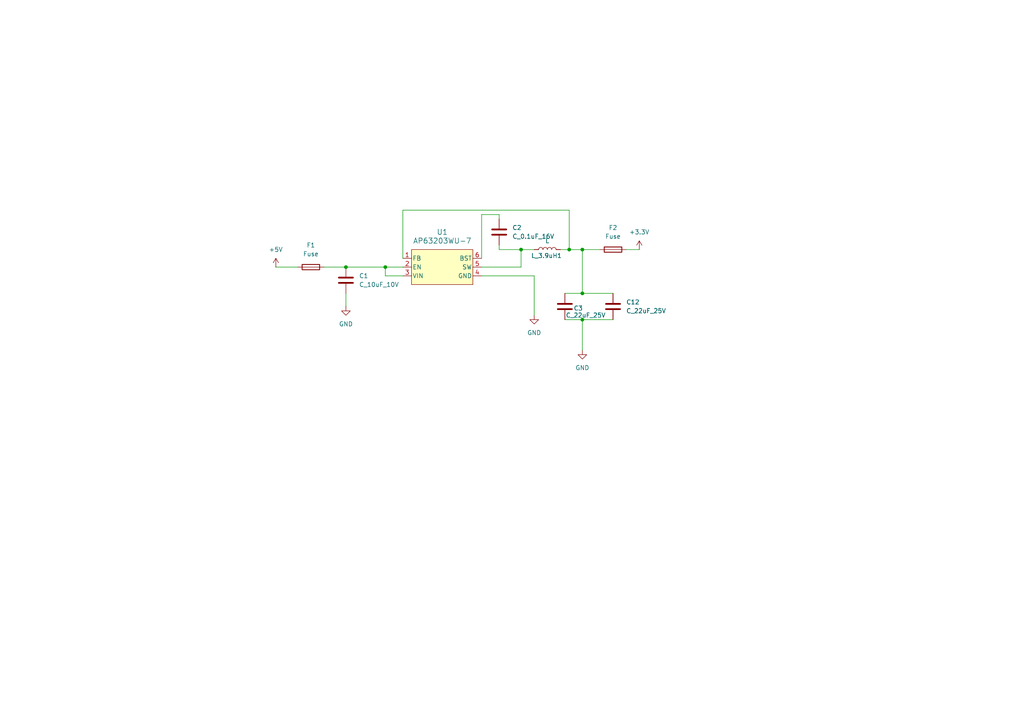
<source format=kicad_sch>
(kicad_sch (version 20250114) (generator "eeschema") (generator_version "9.0")
  (paper "A4")
  (lib_symbols
    (symbol "Device:Fuse" (pin_numbers (hide yes)) (pin_names (offset 0))
      (property "Reference" "F" (at 2.032 0 90))
      (property "Value" "Fuse" (at -1.905 0 90))
      (symbol "Fuse_0_1"
        (rectangle (start -0.762 -2.54) (end 0.762 2.54) (stroke (width 0.254)))
        (polyline (pts (xy 0 2.54) (xy 0 -2.54)))
      )
      (symbol "Fuse_1_1"
        (pin passive line (at 0 3.81 270) (length 1.27) (name "~") (number "1"))
        (pin passive line (at 0 -3.81 90) (length 1.27) (name "~") (number "2"))
      )
    )
    (symbol "OEM:C_0.1uF_16V_0603" (pin_numbers (hide yes)) (pin_names (offset 0.254))
      (property "Reference" "C" (at 0.635 2.54 0))
      (property "Value" "C_0.1uF_16V" (at 0.635 -2.54 0))
      (symbol "C_0.1uF_16V_0603_0_1"
        (polyline (pts (xy -2.032 0.762) (xy 2.032 0.762)) (stroke (width 0.508)))
        (polyline (pts (xy -2.032 -0.762) (xy 2.032 -0.762)) (stroke (width 0.508)))
      )
      (symbol "C_0.1uF_16V_0603_1_1"
        (pin passive line (at 0 3.81 270) (length 2.794) (name "~") (number "1"))
        (pin passive line (at 0 -3.81 90) (length 2.794) (name "~") (number "2"))
      )
    )
    (symbol "OEM:C_10uF_10V_0603" (pin_numbers (hide yes)) (pin_names (offset 0.254))
      (property "Reference" "C" (at 0.635 2.54 0))
      (property "Value" "C_10uF_10V" (at 0.635 -2.54 0))
      (symbol "C_10uF_10V_0603_0_1"
        (polyline (pts (xy -2.032 0.762) (xy 2.032 0.762)) (stroke (width 0.508)))
        (polyline (pts (xy -2.032 -0.762) (xy 2.032 -0.762)) (stroke (width 0.508)))
      )
      (symbol "C_10uF_10V_0603_1_1"
        (pin passive line (at 0 3.81 270) (length 2.794) (name "~") (number "1"))
        (pin passive line (at 0 -3.81 90) (length 2.794) (name "~") (number "2"))
      )
    )
    (symbol "OEM:C_22uF_25V_1206" (pin_numbers (hide yes)) (pin_names (offset 0.254))
      (property "Reference" "C" (at 0.635 2.54 0))
      (property "Value" "C_22uF_25V" (at 0.635 -2.54 0))
      (symbol "C_22uF_25V_1206_0_1"
        (polyline (pts (xy -2.032 0.762) (xy 2.032 0.762)) (stroke (width 0.508)))
        (polyline (pts (xy -2.032 -0.762) (xy 2.032 -0.762)) (stroke (width 0.508)))
      )
      (symbol "C_22uF_25V_1206_1_1"
        (pin passive line (at 0 3.81 270) (length 2.794) (name "~") (number "1"))
        (pin passive line (at 0 -3.81 90) (length 2.794) (name "~") (number "2"))
      )
    )
    (symbol "OEM:L" (pin_numbers (hide yes)) (pin_names (offset 1.016) (hide yes))
      (property "Reference" "L" (at -1.27 0 90))
      (property "Value" "L" (at 1.905 0 90))
      (symbol "L_0_1"
        (arc (start 0 2.54) (mid 0.6323 1.905) (end 0 1.27))
        (arc (start 0 1.27) (mid 0.6323 0.635) (end 0 0))
        (arc (start 0 0) (mid 0.6323 -0.635) (end 0 -1.27))
        (arc (start 0 -1.27) (mid 0.6323 -1.905) (end 0 -2.54))
      )
      (symbol "L_1_1"
        (pin passive line (at 0 3.81 270) (length 1.27) (name "1") (number "1"))
        (pin passive line (at 0 -3.81 90) (length 1.27) (name "2") (number "2"))
      )
    )
    (symbol "OEM:U_3.3V-Buck-Conv_AP63203WU-7_TSOT23-6" (pin_names (offset 0.254))
      (property "Reference" "U" (at 0 9.398 0))
      (property "Value" "AP63203WU-7" (at 0 6.858 0))
      (symbol "U_3.3V-Buck-Conv_AP63203WU-7_TSOT23-6_0_1"
        (pin output line (at -11.43 2.54 0) (length 2.54) (name "FB") (number "1"))
        (pin input line (at -11.43 0 0) (length 2.54) (name "EN") (number "2"))
        (pin input line (at 11.43 2.54 180) (length 2.54) (name "BST") (number "6"))
        (pin output line (at 11.43 0 180) (length 2.54) (name "SW") (number "5"))
        (pin power_out line (at 11.43 -2.54 180) (length 2.54) (name "GND") (number "4"))
      )
      (symbol "U_3.3V-Buck-Conv_AP63203WU-7_TSOT23-6_1_1"
        (rectangle (start -8.89 5.08) (end 8.89 -5.08) (fill (type color) (color 255 255 194 1)))
        (pin power_in line (at -11.43 -2.54 0) (length 2.54) (name "VIN") (number "3"))
      )
    )
    (symbol "power:+3V3" (power) (pin_numbers (hide yes)) (pin_names (offset 0) (hide yes))
      (property "Value" "+3V3" (at 0 3.556 0))
      (symbol "+3V3_0_1"
        (polyline (pts (xy -0.762 1.27) (xy 0 2.54)))
        (polyline (pts (xy 0 2.54) (xy 0.762 1.27)))
        (polyline (pts (xy 0 0) (xy 0 2.54)))
      )
      (symbol "+3V3_1_1"
        (pin power_in line (at 0 0 90) (length 0) (name "~") (number "1"))
      )
    )
    (symbol "power:+5V" (power) (pin_numbers (hide yes)) (pin_names (offset 0) (hide yes))
      (property "Value" "+5V" (at 0 3.556 0))
      (symbol "+5V_0_1"
        (polyline (pts (xy -0.762 1.27) (xy 0 2.54)))
        (polyline (pts (xy 0 2.54) (xy 0.762 1.27)))
        (polyline (pts (xy 0 0) (xy 0 2.54)))
      )
      (symbol "+5V_1_1"
        (pin power_in line (at 0 0 90) (length 0) (name "~") (number "1"))
      )
    )
    (symbol "power:GND" (power) (pin_numbers (hide yes)) (pin_names (offset 0) (hide yes))
      (property "Value" "GND" (at 0 -3.81 0))
      (symbol "GND_0_1"
        (polyline (pts (xy 0 0) (xy 0 -1.27) (xy 1.27 -1.27) (xy 0 -2.54) (xy -1.27 -1.27) (xy 0 -1.27)))
      )
      (symbol "GND_1_1"
        (pin power_in line (at 0 0 270) (length 0) (name "~") (number "1"))
      )
    )
  )
  (junction (at 168.91 92.71))
  (junction (at 100.33 77.47))
  (junction (at 168.91 72.39))
  (junction (at 168.91 85.09))
  (junction (at 151.13 72.39))
  (junction (at 165.1 72.39))
  (junction (at 111.76 77.47))
  (wire (pts (xy 116.84 77.47) (xy 111.76 77.47)))
  (wire (pts (xy 162.56 72.39) (xy 165.1 72.39)))
  (wire (pts (xy 154.94 80.01) (xy 154.94 91.44)))
  (wire (pts (xy 151.13 72.39) (xy 154.94 72.39)))
  (wire (pts (xy 163.83 92.71) (xy 168.91 92.71)))
  (wire (pts (xy 80.01 77.47) (xy 86.36 77.47)))
  (wire (pts (xy 165.1 72.39) (xy 168.91 72.39)))
  (wire (pts (xy 139.7 80.01) (xy 154.94 80.01)))
  (wire (pts (xy 181.61 72.39) (xy 185.42 72.39)))
  (wire (pts (xy 100.33 85.09) (xy 100.33 88.9)))
  (wire (pts (xy 168.91 72.39) (xy 168.91 85.09)))
  (wire (pts (xy 151.13 77.47) (xy 151.13 72.39)))
  (wire (pts (xy 165.1 60.96) (xy 165.1 72.39)))
  (wire (pts (xy 163.83 85.09) (xy 168.91 85.09)))
  (wire (pts (xy 116.84 74.93) (xy 116.84 60.96)))
  (wire (pts (xy 139.7 74.93) (xy 139.7 62.23)))
  (wire (pts (xy 139.7 62.23) (xy 144.78 62.23)))
  (wire (pts (xy 144.78 62.23) (xy 144.78 63.5)))
  (wire (pts (xy 168.91 92.71) (xy 168.91 101.6)))
  (wire (pts (xy 139.7 77.47) (xy 151.13 77.47)))
  (wire (pts (xy 111.76 80.01) (xy 111.76 77.47)))
  (wire (pts (xy 168.91 92.71) (xy 177.8 92.71)))
  (wire (pts (xy 100.33 77.47) (xy 111.76 77.47)))
  (wire (pts (xy 168.91 85.09) (xy 177.8 85.09)))
  (wire (pts (xy 144.78 72.39) (xy 151.13 72.39)))
  (wire (pts (xy 116.84 60.96) (xy 165.1 60.96)))
  (wire (pts (xy 168.91 72.39) (xy 173.99 72.39)))
  (wire (pts (xy 116.84 80.01) (xy 111.76 80.01)))
  (wire (pts (xy 144.78 72.39) (xy 144.78 71.12)))
  (wire (pts (xy 93.98 77.47) (xy 100.33 77.47)))
  (symbol (lib_id "Device:Fuse") (at 177.8 72.39 90) (unit 1)
    (property "Reference" "F2" (at 177.8 66.04 90))
    (property "Value" "Fuse" (at 177.8 68.58 90))
    (property "Footprint" "OEM:Fuse_1210_3225Metric" (effects (hide yes)))
    (property "Description" "Fuse" (effects (hide yes)))
  )
  (symbol (lib_id "OEM:C_10uF_10V_0603") (at 100.33 81.28 0) (unit 1)
    (property "Reference" "C1" (at 104.14 80.0099 0) (effects (justify left)))
    (property "Value" "C_10uF_10V" (at 104.14 82.5499 0) (effects (justify left)))
    (property "Footprint" "OEM:C_0603_1608Metric" (effects (hide yes)))
    (property "Datasheet" "https://search.murata.co.jp/Ceramy/image/img/A01X/G101/ENG/GRM188D71A106KA73-01.pdf" (effects (hide yes)))
    (property "Description" "CAP CER 10UF 10V X7T 0603" (effects (hide yes)))
    (property "MPN" "GRM188D71A106KA73D" (effects (hide yes)))
  )
  (symbol (lib_id "power:GND") (at 100.33 88.9 0) (unit 1)
    (property "Reference" "#PWR0104" (effects (hide yes)))
    (property "Value" "GND" (at 100.33 93.98 0))
    (property "Description" "Power symbol creates a global label with name \"GND\" , ground" (effects (hide yes)))
  )
  (symbol (lib_id "OEM:C_22uF_25V_1206") (at 177.8 88.9 0) (unit 1)
    (property "Reference" "C12" (at 181.61 87.6299 0) (effects (justify left)))
    (property "Value" "C_22uF_25V" (at 181.61 90.1699 0) (effects (justify left)))
    (property "Footprint" "OEM:C_1206_3216Metric" (effects (hide yes)))
    (property "Datasheet" "https://mm.digikey.com/Volume0/opasdata/d220001/medias/docus/658/CL31A226KAHNNNE_Spec.pdf" (effects (hide yes)))
    (property "Description" "CAP CER 22UF 25V X5R 1206" (effects (hide yes)))
    (property "MPN" "CL31A226KAHNNNE" (effects (hide yes)))
  )
  (symbol (lib_id "power:+5V") (at 80.01 77.47 0) (unit 1)
    (property "Reference" "#PWR0103" (effects (hide yes)))
    (property "Value" "+5V" (at 80.01 72.39 0))
    (property "Description" "Power symbol creates a global label with name \"+5V\"" (effects (hide yes)))
  )
  (symbol (lib_id "OEM:U_3.3V-Buck-Conv_AP63203WU-7_TSOT23-6") (at 128.27 77.47 0) (unit 1)
    (property "Reference" "U1" (at 128.27 67.31 0) (effects (font (size 1.524 1.524))))
    (property "Value" "AP63203WU-7" (at 128.27 69.85 0) (effects (font (size 1.524 1.524))))
    (property "Footprint" "OEM:SOT-23-6" (effects (hide yes)))
    (property "Datasheet" "https://www.diodes.com/assets/Datasheets/AP63200-AP63201-AP63203-AP63205.pdf" (effects (hide yes)))
    (property "Description" "IC REG BUCK 3.3V 2A TSOT23-6" (effects (hide yes)))
    (property "MPN" "AP63203WU-7" (effects (hide yes)))
  )
  (symbol (lib_id "OEM:C_0.1uF_16V_0603") (at 144.78 67.31 0) (unit 1)
    (property "Reference" "C2" (at 148.59 66.0399 0) (effects (justify left)))
    (property "Value" "C_0.1uF_16V" (at 148.59 68.5799 0) (effects (justify left)))
    (property "Footprint" "OEM:C_0603_1608Metric" (effects (hide yes)))
    (property "Datasheet" "https://www.mouser.com/datasheet/3/72/1/KEM_C1005_Y5V_SMD.pdf" (effects (hide yes)))
    (property "Description" "CAP CER 0.1UF 16V Y5V 0603" (effects (hide yes)))
    (property "MPN" "C0603C104Z4VACTU" (effects (hide yes)))
  )
  (symbol (lib_id "Device:Fuse") (at 90.17 77.47 90) (unit 1)
    (property "Reference" "F1" (at 90.17 71.12 90))
    (property "Value" "Fuse" (at 90.17 73.66 90))
    (property "Footprint" "OEM:Fuse_1210_3225Metric" (effects (hide yes)))
    (property "Description" "Fuse" (effects (hide yes)))
  )
  (symbol (lib_id "OEM:C_22uF_25V_1206") (at 163.83 88.9 0) (unit 1)
    (property "Reference" "C3" (at 166.37 89.408 0) (effects (justify left)))
    (property "Value" "C_22uF_25V" (at 164.084 91.44 0) (effects (justify left)))
    (property "Footprint" "OEM:C_1206_3216Metric" (effects (hide yes)))
    (property "Datasheet" "https://mm.digikey.com/Volume0/opasdata/d220001/medias/docus/658/CL31A226KAHNNNE_Spec.pdf" (effects (hide yes)))
    (property "Description" "CAP CER 22UF 25V X5R 1206" (effects (hide yes)))
    (property "MPN" "CL31A226KAHNNNE" (effects (hide yes)))
  )
  (symbol (lib_id "OEM:L") (at 158.75 72.39 90) (unit 1)
    (property "Reference" "L_3.9uH1" (at 158.496 74.168 90))
    (property "Value" "L" (at 158.75 69.85 90))
    (property "Footprint" "OEM:IND_BOURNS_SRR5018 (L_3.9uH_2A_55m_SMD)" (effects (hide yes)))
    (property "Description" "Inductor" (effects (hide yes)))
  )
  (symbol (lib_id "power:GND") (at 168.91 101.6 0) (unit 1)
    (property "Reference" "#PWR0101" (effects (hide yes)))
    (property "Value" "GND" (at 168.91 106.68 0))
    (property "Description" "Power symbol creates a global label with name \"GND\" , ground" (effects (hide yes)))
  )
  (symbol (lib_id "power:GND") (at 154.94 91.44 0) (unit 1)
    (property "Reference" "#PWR0102" (effects (hide yes)))
    (property "Value" "GND" (at 154.94 96.52 0))
    (property "Description" "Power symbol creates a global label with name \"GND\" , ground" (effects (hide yes)))
  )
  (symbol (lib_id "power:+3V3") (at 185.42 72.39 0) (unit 1)
    (property "Reference" "#PWR0105" (effects (hide yes)))
    (property "Value" "+3.3V" (at 185.42 67.31 0))
    (property "Description" "Power symbol creates a global label with name \"+3V3\"" (effects (hide yes)))
  )
)
</source>
